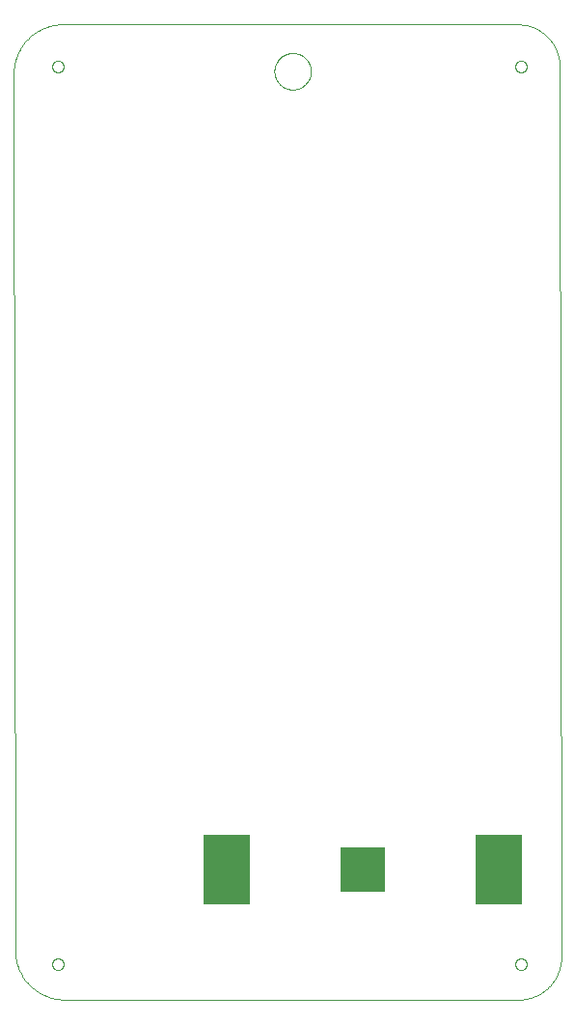
<source format=gtp>
G75*
%MOIN*%
%OFA0B0*%
%FSLAX25Y25*%
%IPPOS*%
%LPD*%
%AMOC8*
5,1,8,0,0,1.08239X$1,22.5*
%
%ADD10C,0.00000*%
%ADD11R,0.15748X0.15748*%
%ADD12R,0.16000X0.24000*%
D10*
X0008809Y0018071D02*
X0008329Y0320837D01*
X0021632Y0323269D02*
X0021634Y0323357D01*
X0021640Y0323445D01*
X0021650Y0323533D01*
X0021664Y0323621D01*
X0021681Y0323707D01*
X0021703Y0323793D01*
X0021728Y0323877D01*
X0021758Y0323961D01*
X0021790Y0324043D01*
X0021827Y0324123D01*
X0021867Y0324202D01*
X0021911Y0324279D01*
X0021958Y0324354D01*
X0022008Y0324426D01*
X0022062Y0324497D01*
X0022118Y0324564D01*
X0022178Y0324630D01*
X0022240Y0324692D01*
X0022306Y0324752D01*
X0022373Y0324808D01*
X0022444Y0324862D01*
X0022516Y0324912D01*
X0022591Y0324959D01*
X0022668Y0325003D01*
X0022747Y0325043D01*
X0022827Y0325080D01*
X0022909Y0325112D01*
X0022993Y0325142D01*
X0023077Y0325167D01*
X0023163Y0325189D01*
X0023249Y0325206D01*
X0023337Y0325220D01*
X0023425Y0325230D01*
X0023513Y0325236D01*
X0023601Y0325238D01*
X0023689Y0325236D01*
X0023777Y0325230D01*
X0023865Y0325220D01*
X0023953Y0325206D01*
X0024039Y0325189D01*
X0024125Y0325167D01*
X0024209Y0325142D01*
X0024293Y0325112D01*
X0024375Y0325080D01*
X0024455Y0325043D01*
X0024534Y0325003D01*
X0024611Y0324959D01*
X0024686Y0324912D01*
X0024758Y0324862D01*
X0024829Y0324808D01*
X0024896Y0324752D01*
X0024962Y0324692D01*
X0025024Y0324630D01*
X0025084Y0324564D01*
X0025140Y0324497D01*
X0025194Y0324426D01*
X0025244Y0324354D01*
X0025291Y0324279D01*
X0025335Y0324202D01*
X0025375Y0324123D01*
X0025412Y0324043D01*
X0025444Y0323961D01*
X0025474Y0323877D01*
X0025499Y0323793D01*
X0025521Y0323707D01*
X0025538Y0323621D01*
X0025552Y0323533D01*
X0025562Y0323445D01*
X0025568Y0323357D01*
X0025570Y0323269D01*
X0025568Y0323181D01*
X0025562Y0323093D01*
X0025552Y0323005D01*
X0025538Y0322917D01*
X0025521Y0322831D01*
X0025499Y0322745D01*
X0025474Y0322661D01*
X0025444Y0322577D01*
X0025412Y0322495D01*
X0025375Y0322415D01*
X0025335Y0322336D01*
X0025291Y0322259D01*
X0025244Y0322184D01*
X0025194Y0322112D01*
X0025140Y0322041D01*
X0025084Y0321974D01*
X0025024Y0321908D01*
X0024962Y0321846D01*
X0024896Y0321786D01*
X0024829Y0321730D01*
X0024758Y0321676D01*
X0024686Y0321626D01*
X0024611Y0321579D01*
X0024534Y0321535D01*
X0024455Y0321495D01*
X0024375Y0321458D01*
X0024293Y0321426D01*
X0024209Y0321396D01*
X0024125Y0321371D01*
X0024039Y0321349D01*
X0023953Y0321332D01*
X0023865Y0321318D01*
X0023777Y0321308D01*
X0023689Y0321302D01*
X0023601Y0321300D01*
X0023513Y0321302D01*
X0023425Y0321308D01*
X0023337Y0321318D01*
X0023249Y0321332D01*
X0023163Y0321349D01*
X0023077Y0321371D01*
X0022993Y0321396D01*
X0022909Y0321426D01*
X0022827Y0321458D01*
X0022747Y0321495D01*
X0022668Y0321535D01*
X0022591Y0321579D01*
X0022516Y0321626D01*
X0022444Y0321676D01*
X0022373Y0321730D01*
X0022306Y0321786D01*
X0022240Y0321846D01*
X0022178Y0321908D01*
X0022118Y0321974D01*
X0022062Y0322041D01*
X0022008Y0322112D01*
X0021958Y0322184D01*
X0021911Y0322259D01*
X0021867Y0322336D01*
X0021827Y0322415D01*
X0021790Y0322495D01*
X0021758Y0322577D01*
X0021728Y0322661D01*
X0021703Y0322745D01*
X0021681Y0322831D01*
X0021664Y0322917D01*
X0021650Y0323005D01*
X0021640Y0323093D01*
X0021634Y0323181D01*
X0021632Y0323269D01*
X0008329Y0320837D02*
X0008334Y0321248D01*
X0008349Y0321659D01*
X0008374Y0322069D01*
X0008408Y0322478D01*
X0008453Y0322887D01*
X0008507Y0323294D01*
X0008572Y0323700D01*
X0008646Y0324104D01*
X0008730Y0324506D01*
X0008823Y0324906D01*
X0008926Y0325304D01*
X0009039Y0325699D01*
X0009161Y0326092D01*
X0009293Y0326481D01*
X0009434Y0326867D01*
X0009584Y0327249D01*
X0009744Y0327628D01*
X0009913Y0328003D01*
X0010090Y0328373D01*
X0010277Y0328739D01*
X0010472Y0329101D01*
X0010676Y0329457D01*
X0010889Y0329809D01*
X0011110Y0330155D01*
X0011339Y0330496D01*
X0011576Y0330832D01*
X0011822Y0331161D01*
X0012075Y0331485D01*
X0012337Y0331802D01*
X0012605Y0332113D01*
X0012882Y0332417D01*
X0013165Y0332714D01*
X0013456Y0333005D01*
X0013753Y0333288D01*
X0014057Y0333565D01*
X0014368Y0333833D01*
X0014685Y0334095D01*
X0015009Y0334348D01*
X0015338Y0334594D01*
X0015674Y0334831D01*
X0016015Y0335060D01*
X0016361Y0335281D01*
X0016713Y0335494D01*
X0017069Y0335698D01*
X0017431Y0335893D01*
X0017797Y0336080D01*
X0018167Y0336257D01*
X0018542Y0336426D01*
X0018921Y0336586D01*
X0019303Y0336736D01*
X0019689Y0336877D01*
X0020078Y0337009D01*
X0020471Y0337131D01*
X0020866Y0337244D01*
X0021264Y0337347D01*
X0021664Y0337440D01*
X0022066Y0337524D01*
X0022470Y0337598D01*
X0022876Y0337663D01*
X0023283Y0337717D01*
X0023692Y0337762D01*
X0024101Y0337796D01*
X0024511Y0337821D01*
X0024922Y0337836D01*
X0025333Y0337841D01*
X0182309Y0337841D01*
X0181632Y0323269D02*
X0181634Y0323357D01*
X0181640Y0323445D01*
X0181650Y0323533D01*
X0181664Y0323621D01*
X0181681Y0323707D01*
X0181703Y0323793D01*
X0181728Y0323877D01*
X0181758Y0323961D01*
X0181790Y0324043D01*
X0181827Y0324123D01*
X0181867Y0324202D01*
X0181911Y0324279D01*
X0181958Y0324354D01*
X0182008Y0324426D01*
X0182062Y0324497D01*
X0182118Y0324564D01*
X0182178Y0324630D01*
X0182240Y0324692D01*
X0182306Y0324752D01*
X0182373Y0324808D01*
X0182444Y0324862D01*
X0182516Y0324912D01*
X0182591Y0324959D01*
X0182668Y0325003D01*
X0182747Y0325043D01*
X0182827Y0325080D01*
X0182909Y0325112D01*
X0182993Y0325142D01*
X0183077Y0325167D01*
X0183163Y0325189D01*
X0183249Y0325206D01*
X0183337Y0325220D01*
X0183425Y0325230D01*
X0183513Y0325236D01*
X0183601Y0325238D01*
X0183689Y0325236D01*
X0183777Y0325230D01*
X0183865Y0325220D01*
X0183953Y0325206D01*
X0184039Y0325189D01*
X0184125Y0325167D01*
X0184209Y0325142D01*
X0184293Y0325112D01*
X0184375Y0325080D01*
X0184455Y0325043D01*
X0184534Y0325003D01*
X0184611Y0324959D01*
X0184686Y0324912D01*
X0184758Y0324862D01*
X0184829Y0324808D01*
X0184896Y0324752D01*
X0184962Y0324692D01*
X0185024Y0324630D01*
X0185084Y0324564D01*
X0185140Y0324497D01*
X0185194Y0324426D01*
X0185244Y0324354D01*
X0185291Y0324279D01*
X0185335Y0324202D01*
X0185375Y0324123D01*
X0185412Y0324043D01*
X0185444Y0323961D01*
X0185474Y0323877D01*
X0185499Y0323793D01*
X0185521Y0323707D01*
X0185538Y0323621D01*
X0185552Y0323533D01*
X0185562Y0323445D01*
X0185568Y0323357D01*
X0185570Y0323269D01*
X0185568Y0323181D01*
X0185562Y0323093D01*
X0185552Y0323005D01*
X0185538Y0322917D01*
X0185521Y0322831D01*
X0185499Y0322745D01*
X0185474Y0322661D01*
X0185444Y0322577D01*
X0185412Y0322495D01*
X0185375Y0322415D01*
X0185335Y0322336D01*
X0185291Y0322259D01*
X0185244Y0322184D01*
X0185194Y0322112D01*
X0185140Y0322041D01*
X0185084Y0321974D01*
X0185024Y0321908D01*
X0184962Y0321846D01*
X0184896Y0321786D01*
X0184829Y0321730D01*
X0184758Y0321676D01*
X0184686Y0321626D01*
X0184611Y0321579D01*
X0184534Y0321535D01*
X0184455Y0321495D01*
X0184375Y0321458D01*
X0184293Y0321426D01*
X0184209Y0321396D01*
X0184125Y0321371D01*
X0184039Y0321349D01*
X0183953Y0321332D01*
X0183865Y0321318D01*
X0183777Y0321308D01*
X0183689Y0321302D01*
X0183601Y0321300D01*
X0183513Y0321302D01*
X0183425Y0321308D01*
X0183337Y0321318D01*
X0183249Y0321332D01*
X0183163Y0321349D01*
X0183077Y0321371D01*
X0182993Y0321396D01*
X0182909Y0321426D01*
X0182827Y0321458D01*
X0182747Y0321495D01*
X0182668Y0321535D01*
X0182591Y0321579D01*
X0182516Y0321626D01*
X0182444Y0321676D01*
X0182373Y0321730D01*
X0182306Y0321786D01*
X0182240Y0321846D01*
X0182178Y0321908D01*
X0182118Y0321974D01*
X0182062Y0322041D01*
X0182008Y0322112D01*
X0181958Y0322184D01*
X0181911Y0322259D01*
X0181867Y0322336D01*
X0181827Y0322415D01*
X0181790Y0322495D01*
X0181758Y0322577D01*
X0181728Y0322661D01*
X0181703Y0322745D01*
X0181681Y0322831D01*
X0181664Y0322917D01*
X0181650Y0323005D01*
X0181640Y0323093D01*
X0181634Y0323181D01*
X0181632Y0323269D01*
X0182309Y0337841D02*
X0182665Y0337837D01*
X0183020Y0337824D01*
X0183375Y0337802D01*
X0183730Y0337772D01*
X0184083Y0337734D01*
X0184436Y0337687D01*
X0184787Y0337631D01*
X0185137Y0337567D01*
X0185486Y0337494D01*
X0185832Y0337413D01*
X0186176Y0337324D01*
X0186518Y0337226D01*
X0186858Y0337121D01*
X0187195Y0337006D01*
X0187529Y0336884D01*
X0187860Y0336754D01*
X0188188Y0336616D01*
X0188512Y0336470D01*
X0188833Y0336316D01*
X0189150Y0336155D01*
X0189463Y0335986D01*
X0189772Y0335809D01*
X0190076Y0335625D01*
X0190376Y0335434D01*
X0190671Y0335235D01*
X0190962Y0335030D01*
X0191247Y0334817D01*
X0191527Y0334598D01*
X0191802Y0334371D01*
X0192071Y0334139D01*
X0192334Y0333900D01*
X0192592Y0333654D01*
X0192843Y0333403D01*
X0193089Y0333145D01*
X0193328Y0332882D01*
X0193560Y0332613D01*
X0193787Y0332338D01*
X0194006Y0332058D01*
X0194219Y0331773D01*
X0194424Y0331482D01*
X0194623Y0331187D01*
X0194814Y0330887D01*
X0194998Y0330583D01*
X0195175Y0330274D01*
X0195344Y0329961D01*
X0195505Y0329644D01*
X0195659Y0329323D01*
X0195805Y0328999D01*
X0195943Y0328671D01*
X0196073Y0328340D01*
X0196195Y0328006D01*
X0196310Y0327669D01*
X0196415Y0327329D01*
X0196513Y0326987D01*
X0196602Y0326643D01*
X0196683Y0326297D01*
X0196756Y0325948D01*
X0196820Y0325598D01*
X0196876Y0325247D01*
X0196923Y0324894D01*
X0196961Y0324541D01*
X0196991Y0324186D01*
X0197013Y0323831D01*
X0197026Y0323476D01*
X0197030Y0323120D01*
X0197510Y0015784D01*
X0181609Y0013209D02*
X0181611Y0013297D01*
X0181617Y0013385D01*
X0181627Y0013473D01*
X0181641Y0013561D01*
X0181658Y0013647D01*
X0181680Y0013733D01*
X0181705Y0013817D01*
X0181735Y0013901D01*
X0181767Y0013983D01*
X0181804Y0014063D01*
X0181844Y0014142D01*
X0181888Y0014219D01*
X0181935Y0014294D01*
X0181985Y0014366D01*
X0182039Y0014437D01*
X0182095Y0014504D01*
X0182155Y0014570D01*
X0182217Y0014632D01*
X0182283Y0014692D01*
X0182350Y0014748D01*
X0182421Y0014802D01*
X0182493Y0014852D01*
X0182568Y0014899D01*
X0182645Y0014943D01*
X0182724Y0014983D01*
X0182804Y0015020D01*
X0182886Y0015052D01*
X0182970Y0015082D01*
X0183054Y0015107D01*
X0183140Y0015129D01*
X0183226Y0015146D01*
X0183314Y0015160D01*
X0183402Y0015170D01*
X0183490Y0015176D01*
X0183578Y0015178D01*
X0183666Y0015176D01*
X0183754Y0015170D01*
X0183842Y0015160D01*
X0183930Y0015146D01*
X0184016Y0015129D01*
X0184102Y0015107D01*
X0184186Y0015082D01*
X0184270Y0015052D01*
X0184352Y0015020D01*
X0184432Y0014983D01*
X0184511Y0014943D01*
X0184588Y0014899D01*
X0184663Y0014852D01*
X0184735Y0014802D01*
X0184806Y0014748D01*
X0184873Y0014692D01*
X0184939Y0014632D01*
X0185001Y0014570D01*
X0185061Y0014504D01*
X0185117Y0014437D01*
X0185171Y0014366D01*
X0185221Y0014294D01*
X0185268Y0014219D01*
X0185312Y0014142D01*
X0185352Y0014063D01*
X0185389Y0013983D01*
X0185421Y0013901D01*
X0185451Y0013817D01*
X0185476Y0013733D01*
X0185498Y0013647D01*
X0185515Y0013561D01*
X0185529Y0013473D01*
X0185539Y0013385D01*
X0185545Y0013297D01*
X0185547Y0013209D01*
X0185545Y0013121D01*
X0185539Y0013033D01*
X0185529Y0012945D01*
X0185515Y0012857D01*
X0185498Y0012771D01*
X0185476Y0012685D01*
X0185451Y0012601D01*
X0185421Y0012517D01*
X0185389Y0012435D01*
X0185352Y0012355D01*
X0185312Y0012276D01*
X0185268Y0012199D01*
X0185221Y0012124D01*
X0185171Y0012052D01*
X0185117Y0011981D01*
X0185061Y0011914D01*
X0185001Y0011848D01*
X0184939Y0011786D01*
X0184873Y0011726D01*
X0184806Y0011670D01*
X0184735Y0011616D01*
X0184663Y0011566D01*
X0184588Y0011519D01*
X0184511Y0011475D01*
X0184432Y0011435D01*
X0184352Y0011398D01*
X0184270Y0011366D01*
X0184186Y0011336D01*
X0184102Y0011311D01*
X0184016Y0011289D01*
X0183930Y0011272D01*
X0183842Y0011258D01*
X0183754Y0011248D01*
X0183666Y0011242D01*
X0183578Y0011240D01*
X0183490Y0011242D01*
X0183402Y0011248D01*
X0183314Y0011258D01*
X0183226Y0011272D01*
X0183140Y0011289D01*
X0183054Y0011311D01*
X0182970Y0011336D01*
X0182886Y0011366D01*
X0182804Y0011398D01*
X0182724Y0011435D01*
X0182645Y0011475D01*
X0182568Y0011519D01*
X0182493Y0011566D01*
X0182421Y0011616D01*
X0182350Y0011670D01*
X0182283Y0011726D01*
X0182217Y0011786D01*
X0182155Y0011848D01*
X0182095Y0011914D01*
X0182039Y0011981D01*
X0181985Y0012052D01*
X0181935Y0012124D01*
X0181888Y0012199D01*
X0181844Y0012276D01*
X0181804Y0012355D01*
X0181767Y0012435D01*
X0181735Y0012517D01*
X0181705Y0012601D01*
X0181680Y0012685D01*
X0181658Y0012771D01*
X0181641Y0012857D01*
X0181627Y0012945D01*
X0181617Y0013033D01*
X0181611Y0013121D01*
X0181609Y0013209D01*
X0182726Y0001000D02*
X0183083Y0001004D01*
X0183440Y0001017D01*
X0183797Y0001039D01*
X0184153Y0001069D01*
X0184508Y0001108D01*
X0184862Y0001155D01*
X0185215Y0001211D01*
X0185566Y0001275D01*
X0185916Y0001348D01*
X0186264Y0001430D01*
X0186610Y0001519D01*
X0186953Y0001617D01*
X0187295Y0001724D01*
X0187633Y0001838D01*
X0187968Y0001961D01*
X0188301Y0002091D01*
X0188630Y0002230D01*
X0188956Y0002377D01*
X0189278Y0002531D01*
X0189596Y0002693D01*
X0189911Y0002863D01*
X0190221Y0003041D01*
X0190527Y0003225D01*
X0190828Y0003418D01*
X0191124Y0003617D01*
X0191416Y0003823D01*
X0191702Y0004037D01*
X0191984Y0004257D01*
X0192259Y0004484D01*
X0192530Y0004718D01*
X0192794Y0004958D01*
X0193053Y0005205D01*
X0193305Y0005457D01*
X0193552Y0005716D01*
X0193792Y0005980D01*
X0194026Y0006251D01*
X0194253Y0006526D01*
X0194473Y0006808D01*
X0194687Y0007094D01*
X0194893Y0007386D01*
X0195092Y0007682D01*
X0195285Y0007983D01*
X0195469Y0008289D01*
X0195647Y0008599D01*
X0195817Y0008914D01*
X0195979Y0009232D01*
X0196133Y0009554D01*
X0196280Y0009880D01*
X0196419Y0010209D01*
X0196549Y0010542D01*
X0196672Y0010877D01*
X0196786Y0011215D01*
X0196893Y0011557D01*
X0196991Y0011900D01*
X0197080Y0012246D01*
X0197162Y0012594D01*
X0197235Y0012944D01*
X0197299Y0013295D01*
X0197355Y0013648D01*
X0197402Y0014002D01*
X0197441Y0014357D01*
X0197471Y0014713D01*
X0197493Y0015070D01*
X0197506Y0015427D01*
X0197510Y0015784D01*
X0182726Y0001000D02*
X0025880Y0001000D01*
X0021609Y0013209D02*
X0021611Y0013297D01*
X0021617Y0013385D01*
X0021627Y0013473D01*
X0021641Y0013561D01*
X0021658Y0013647D01*
X0021680Y0013733D01*
X0021705Y0013817D01*
X0021735Y0013901D01*
X0021767Y0013983D01*
X0021804Y0014063D01*
X0021844Y0014142D01*
X0021888Y0014219D01*
X0021935Y0014294D01*
X0021985Y0014366D01*
X0022039Y0014437D01*
X0022095Y0014504D01*
X0022155Y0014570D01*
X0022217Y0014632D01*
X0022283Y0014692D01*
X0022350Y0014748D01*
X0022421Y0014802D01*
X0022493Y0014852D01*
X0022568Y0014899D01*
X0022645Y0014943D01*
X0022724Y0014983D01*
X0022804Y0015020D01*
X0022886Y0015052D01*
X0022970Y0015082D01*
X0023054Y0015107D01*
X0023140Y0015129D01*
X0023226Y0015146D01*
X0023314Y0015160D01*
X0023402Y0015170D01*
X0023490Y0015176D01*
X0023578Y0015178D01*
X0023666Y0015176D01*
X0023754Y0015170D01*
X0023842Y0015160D01*
X0023930Y0015146D01*
X0024016Y0015129D01*
X0024102Y0015107D01*
X0024186Y0015082D01*
X0024270Y0015052D01*
X0024352Y0015020D01*
X0024432Y0014983D01*
X0024511Y0014943D01*
X0024588Y0014899D01*
X0024663Y0014852D01*
X0024735Y0014802D01*
X0024806Y0014748D01*
X0024873Y0014692D01*
X0024939Y0014632D01*
X0025001Y0014570D01*
X0025061Y0014504D01*
X0025117Y0014437D01*
X0025171Y0014366D01*
X0025221Y0014294D01*
X0025268Y0014219D01*
X0025312Y0014142D01*
X0025352Y0014063D01*
X0025389Y0013983D01*
X0025421Y0013901D01*
X0025451Y0013817D01*
X0025476Y0013733D01*
X0025498Y0013647D01*
X0025515Y0013561D01*
X0025529Y0013473D01*
X0025539Y0013385D01*
X0025545Y0013297D01*
X0025547Y0013209D01*
X0025545Y0013121D01*
X0025539Y0013033D01*
X0025529Y0012945D01*
X0025515Y0012857D01*
X0025498Y0012771D01*
X0025476Y0012685D01*
X0025451Y0012601D01*
X0025421Y0012517D01*
X0025389Y0012435D01*
X0025352Y0012355D01*
X0025312Y0012276D01*
X0025268Y0012199D01*
X0025221Y0012124D01*
X0025171Y0012052D01*
X0025117Y0011981D01*
X0025061Y0011914D01*
X0025001Y0011848D01*
X0024939Y0011786D01*
X0024873Y0011726D01*
X0024806Y0011670D01*
X0024735Y0011616D01*
X0024663Y0011566D01*
X0024588Y0011519D01*
X0024511Y0011475D01*
X0024432Y0011435D01*
X0024352Y0011398D01*
X0024270Y0011366D01*
X0024186Y0011336D01*
X0024102Y0011311D01*
X0024016Y0011289D01*
X0023930Y0011272D01*
X0023842Y0011258D01*
X0023754Y0011248D01*
X0023666Y0011242D01*
X0023578Y0011240D01*
X0023490Y0011242D01*
X0023402Y0011248D01*
X0023314Y0011258D01*
X0023226Y0011272D01*
X0023140Y0011289D01*
X0023054Y0011311D01*
X0022970Y0011336D01*
X0022886Y0011366D01*
X0022804Y0011398D01*
X0022724Y0011435D01*
X0022645Y0011475D01*
X0022568Y0011519D01*
X0022493Y0011566D01*
X0022421Y0011616D01*
X0022350Y0011670D01*
X0022283Y0011726D01*
X0022217Y0011786D01*
X0022155Y0011848D01*
X0022095Y0011914D01*
X0022039Y0011981D01*
X0021985Y0012052D01*
X0021935Y0012124D01*
X0021888Y0012199D01*
X0021844Y0012276D01*
X0021804Y0012355D01*
X0021767Y0012435D01*
X0021735Y0012517D01*
X0021705Y0012601D01*
X0021680Y0012685D01*
X0021658Y0012771D01*
X0021641Y0012857D01*
X0021627Y0012945D01*
X0021617Y0013033D01*
X0021611Y0013121D01*
X0021609Y0013209D01*
X0025880Y0001000D02*
X0025468Y0001005D01*
X0025055Y0001020D01*
X0024643Y0001045D01*
X0024232Y0001080D01*
X0023822Y0001124D01*
X0023413Y0001179D01*
X0023006Y0001244D01*
X0022600Y0001318D01*
X0022196Y0001402D01*
X0021795Y0001496D01*
X0021395Y0001600D01*
X0020999Y0001713D01*
X0020605Y0001836D01*
X0020214Y0001968D01*
X0019827Y0002109D01*
X0019443Y0002260D01*
X0019062Y0002420D01*
X0018686Y0002590D01*
X0018314Y0002768D01*
X0017947Y0002955D01*
X0017584Y0003151D01*
X0017226Y0003356D01*
X0016873Y0003570D01*
X0016525Y0003792D01*
X0016183Y0004022D01*
X0015846Y0004260D01*
X0015515Y0004507D01*
X0015190Y0004761D01*
X0014872Y0005023D01*
X0014560Y0005293D01*
X0014254Y0005570D01*
X0013956Y0005855D01*
X0013664Y0006147D01*
X0013379Y0006445D01*
X0013102Y0006751D01*
X0012832Y0007063D01*
X0012570Y0007381D01*
X0012316Y0007706D01*
X0012069Y0008037D01*
X0011831Y0008374D01*
X0011601Y0008716D01*
X0011379Y0009064D01*
X0011165Y0009417D01*
X0010960Y0009775D01*
X0010764Y0010138D01*
X0010577Y0010505D01*
X0010399Y0010877D01*
X0010229Y0011253D01*
X0010069Y0011634D01*
X0009918Y0012018D01*
X0009777Y0012405D01*
X0009645Y0012796D01*
X0009522Y0013190D01*
X0009409Y0013586D01*
X0009305Y0013986D01*
X0009211Y0014387D01*
X0009127Y0014791D01*
X0009053Y0015197D01*
X0008988Y0015604D01*
X0008933Y0016013D01*
X0008889Y0016423D01*
X0008854Y0016834D01*
X0008829Y0017246D01*
X0008814Y0017659D01*
X0008809Y0018071D01*
X0098410Y0321609D02*
X0098412Y0321767D01*
X0098418Y0321925D01*
X0098428Y0322083D01*
X0098442Y0322241D01*
X0098460Y0322398D01*
X0098481Y0322555D01*
X0098507Y0322711D01*
X0098537Y0322867D01*
X0098570Y0323022D01*
X0098608Y0323175D01*
X0098649Y0323328D01*
X0098694Y0323480D01*
X0098743Y0323631D01*
X0098796Y0323780D01*
X0098852Y0323928D01*
X0098912Y0324074D01*
X0098976Y0324219D01*
X0099044Y0324362D01*
X0099115Y0324504D01*
X0099189Y0324644D01*
X0099267Y0324781D01*
X0099349Y0324917D01*
X0099433Y0325051D01*
X0099522Y0325182D01*
X0099613Y0325311D01*
X0099708Y0325438D01*
X0099805Y0325563D01*
X0099906Y0325685D01*
X0100010Y0325804D01*
X0100117Y0325921D01*
X0100227Y0326035D01*
X0100340Y0326146D01*
X0100455Y0326255D01*
X0100573Y0326360D01*
X0100694Y0326462D01*
X0100817Y0326562D01*
X0100943Y0326658D01*
X0101071Y0326751D01*
X0101201Y0326841D01*
X0101334Y0326927D01*
X0101469Y0327011D01*
X0101605Y0327090D01*
X0101744Y0327167D01*
X0101885Y0327239D01*
X0102027Y0327309D01*
X0102171Y0327374D01*
X0102317Y0327436D01*
X0102464Y0327494D01*
X0102613Y0327549D01*
X0102763Y0327600D01*
X0102914Y0327647D01*
X0103066Y0327690D01*
X0103219Y0327729D01*
X0103374Y0327765D01*
X0103529Y0327796D01*
X0103685Y0327824D01*
X0103841Y0327848D01*
X0103998Y0327868D01*
X0104156Y0327884D01*
X0104313Y0327896D01*
X0104472Y0327904D01*
X0104630Y0327908D01*
X0104788Y0327908D01*
X0104946Y0327904D01*
X0105105Y0327896D01*
X0105262Y0327884D01*
X0105420Y0327868D01*
X0105577Y0327848D01*
X0105733Y0327824D01*
X0105889Y0327796D01*
X0106044Y0327765D01*
X0106199Y0327729D01*
X0106352Y0327690D01*
X0106504Y0327647D01*
X0106655Y0327600D01*
X0106805Y0327549D01*
X0106954Y0327494D01*
X0107101Y0327436D01*
X0107247Y0327374D01*
X0107391Y0327309D01*
X0107533Y0327239D01*
X0107674Y0327167D01*
X0107813Y0327090D01*
X0107949Y0327011D01*
X0108084Y0326927D01*
X0108217Y0326841D01*
X0108347Y0326751D01*
X0108475Y0326658D01*
X0108601Y0326562D01*
X0108724Y0326462D01*
X0108845Y0326360D01*
X0108963Y0326255D01*
X0109078Y0326146D01*
X0109191Y0326035D01*
X0109301Y0325921D01*
X0109408Y0325804D01*
X0109512Y0325685D01*
X0109613Y0325563D01*
X0109710Y0325438D01*
X0109805Y0325311D01*
X0109896Y0325182D01*
X0109985Y0325051D01*
X0110069Y0324917D01*
X0110151Y0324781D01*
X0110229Y0324644D01*
X0110303Y0324504D01*
X0110374Y0324362D01*
X0110442Y0324219D01*
X0110506Y0324074D01*
X0110566Y0323928D01*
X0110622Y0323780D01*
X0110675Y0323631D01*
X0110724Y0323480D01*
X0110769Y0323328D01*
X0110810Y0323175D01*
X0110848Y0323022D01*
X0110881Y0322867D01*
X0110911Y0322711D01*
X0110937Y0322555D01*
X0110958Y0322398D01*
X0110976Y0322241D01*
X0110990Y0322083D01*
X0111000Y0321925D01*
X0111006Y0321767D01*
X0111008Y0321609D01*
X0111006Y0321451D01*
X0111000Y0321293D01*
X0110990Y0321135D01*
X0110976Y0320977D01*
X0110958Y0320820D01*
X0110937Y0320663D01*
X0110911Y0320507D01*
X0110881Y0320351D01*
X0110848Y0320196D01*
X0110810Y0320043D01*
X0110769Y0319890D01*
X0110724Y0319738D01*
X0110675Y0319587D01*
X0110622Y0319438D01*
X0110566Y0319290D01*
X0110506Y0319144D01*
X0110442Y0318999D01*
X0110374Y0318856D01*
X0110303Y0318714D01*
X0110229Y0318574D01*
X0110151Y0318437D01*
X0110069Y0318301D01*
X0109985Y0318167D01*
X0109896Y0318036D01*
X0109805Y0317907D01*
X0109710Y0317780D01*
X0109613Y0317655D01*
X0109512Y0317533D01*
X0109408Y0317414D01*
X0109301Y0317297D01*
X0109191Y0317183D01*
X0109078Y0317072D01*
X0108963Y0316963D01*
X0108845Y0316858D01*
X0108724Y0316756D01*
X0108601Y0316656D01*
X0108475Y0316560D01*
X0108347Y0316467D01*
X0108217Y0316377D01*
X0108084Y0316291D01*
X0107949Y0316207D01*
X0107813Y0316128D01*
X0107674Y0316051D01*
X0107533Y0315979D01*
X0107391Y0315909D01*
X0107247Y0315844D01*
X0107101Y0315782D01*
X0106954Y0315724D01*
X0106805Y0315669D01*
X0106655Y0315618D01*
X0106504Y0315571D01*
X0106352Y0315528D01*
X0106199Y0315489D01*
X0106044Y0315453D01*
X0105889Y0315422D01*
X0105733Y0315394D01*
X0105577Y0315370D01*
X0105420Y0315350D01*
X0105262Y0315334D01*
X0105105Y0315322D01*
X0104946Y0315314D01*
X0104788Y0315310D01*
X0104630Y0315310D01*
X0104472Y0315314D01*
X0104313Y0315322D01*
X0104156Y0315334D01*
X0103998Y0315350D01*
X0103841Y0315370D01*
X0103685Y0315394D01*
X0103529Y0315422D01*
X0103374Y0315453D01*
X0103219Y0315489D01*
X0103066Y0315528D01*
X0102914Y0315571D01*
X0102763Y0315618D01*
X0102613Y0315669D01*
X0102464Y0315724D01*
X0102317Y0315782D01*
X0102171Y0315844D01*
X0102027Y0315909D01*
X0101885Y0315979D01*
X0101744Y0316051D01*
X0101605Y0316128D01*
X0101469Y0316207D01*
X0101334Y0316291D01*
X0101201Y0316377D01*
X0101071Y0316467D01*
X0100943Y0316560D01*
X0100817Y0316656D01*
X0100694Y0316756D01*
X0100573Y0316858D01*
X0100455Y0316963D01*
X0100340Y0317072D01*
X0100227Y0317183D01*
X0100117Y0317297D01*
X0100010Y0317414D01*
X0099906Y0317533D01*
X0099805Y0317655D01*
X0099708Y0317780D01*
X0099613Y0317907D01*
X0099522Y0318036D01*
X0099433Y0318167D01*
X0099349Y0318301D01*
X0099267Y0318437D01*
X0099189Y0318574D01*
X0099115Y0318714D01*
X0099044Y0318856D01*
X0098976Y0318999D01*
X0098912Y0319144D01*
X0098852Y0319290D01*
X0098796Y0319438D01*
X0098743Y0319587D01*
X0098694Y0319738D01*
X0098649Y0319890D01*
X0098608Y0320043D01*
X0098570Y0320196D01*
X0098537Y0320351D01*
X0098507Y0320507D01*
X0098481Y0320663D01*
X0098460Y0320820D01*
X0098442Y0320977D01*
X0098428Y0321135D01*
X0098418Y0321293D01*
X0098412Y0321451D01*
X0098410Y0321609D01*
D11*
X0128809Y0046000D03*
D12*
X0081809Y0046000D03*
X0175809Y0046000D03*
M02*

</source>
